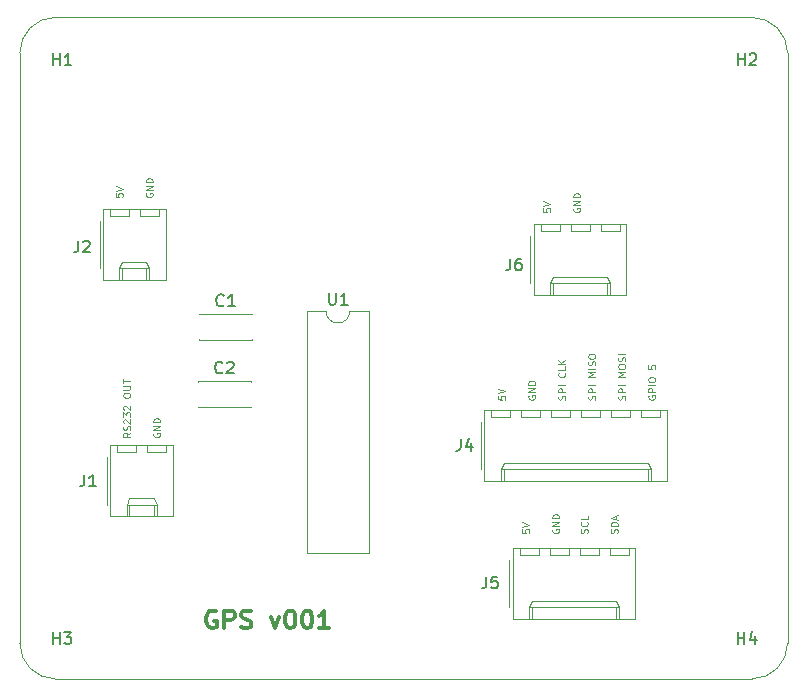
<source format=gbr>
G04 #@! TF.GenerationSoftware,KiCad,Pcbnew,(6.0.7-1)-1*
G04 #@! TF.CreationDate,2022-09-20T05:51:33+10:00*
G04 #@! TF.ProjectId,Pi GPS Serial,50692047-5053-4205-9365-7269616c2e6b,rev?*
G04 #@! TF.SameCoordinates,Original*
G04 #@! TF.FileFunction,Legend,Top*
G04 #@! TF.FilePolarity,Positive*
%FSLAX46Y46*%
G04 Gerber Fmt 4.6, Leading zero omitted, Abs format (unit mm)*
G04 Created by KiCad (PCBNEW (6.0.7-1)-1) date 2022-09-20 05:51:33*
%MOMM*%
%LPD*%
G01*
G04 APERTURE LIST*
G04 #@! TA.AperFunction,Profile*
%ADD10C,0.100000*%
G04 #@! TD*
%ADD11C,0.300000*%
%ADD12C,0.090000*%
%ADD13C,0.150000*%
%ADD14C,0.120000*%
G04 APERTURE END LIST*
D10*
X140546356Y-116817556D02*
G75*
G03*
X143546351Y-113822847I44J2999956D01*
G01*
X78546389Y-113817611D02*
G75*
G03*
X81546356Y-116817611I3000011J11D01*
G01*
X143546351Y-113822847D02*
X143546356Y-63817611D01*
X81546356Y-116817611D02*
X140546356Y-116817611D01*
X78546356Y-63817611D02*
X78546356Y-113817611D01*
X140546356Y-60817611D02*
X81546356Y-60817611D01*
X143546389Y-63817611D02*
G75*
G03*
X140546356Y-60817611I-2999989J11D01*
G01*
X81546356Y-60817556D02*
G75*
G03*
X78546356Y-63817611I44J-3000044D01*
G01*
D11*
X95160057Y-111111600D02*
X95017200Y-111040171D01*
X94802914Y-111040171D01*
X94588628Y-111111600D01*
X94445771Y-111254457D01*
X94374342Y-111397314D01*
X94302914Y-111683028D01*
X94302914Y-111897314D01*
X94374342Y-112183028D01*
X94445771Y-112325885D01*
X94588628Y-112468742D01*
X94802914Y-112540171D01*
X94945771Y-112540171D01*
X95160057Y-112468742D01*
X95231485Y-112397314D01*
X95231485Y-111897314D01*
X94945771Y-111897314D01*
X95874342Y-112540171D02*
X95874342Y-111040171D01*
X96445771Y-111040171D01*
X96588628Y-111111600D01*
X96660057Y-111183028D01*
X96731485Y-111325885D01*
X96731485Y-111540171D01*
X96660057Y-111683028D01*
X96588628Y-111754457D01*
X96445771Y-111825885D01*
X95874342Y-111825885D01*
X97302914Y-112468742D02*
X97517200Y-112540171D01*
X97874342Y-112540171D01*
X98017200Y-112468742D01*
X98088628Y-112397314D01*
X98160057Y-112254457D01*
X98160057Y-112111600D01*
X98088628Y-111968742D01*
X98017200Y-111897314D01*
X97874342Y-111825885D01*
X97588628Y-111754457D01*
X97445771Y-111683028D01*
X97374342Y-111611600D01*
X97302914Y-111468742D01*
X97302914Y-111325885D01*
X97374342Y-111183028D01*
X97445771Y-111111600D01*
X97588628Y-111040171D01*
X97945771Y-111040171D01*
X98160057Y-111111600D01*
X99802914Y-111540171D02*
X100160057Y-112540171D01*
X100517200Y-111540171D01*
X101374342Y-111040171D02*
X101517200Y-111040171D01*
X101660057Y-111111600D01*
X101731485Y-111183028D01*
X101802914Y-111325885D01*
X101874342Y-111611600D01*
X101874342Y-111968742D01*
X101802914Y-112254457D01*
X101731485Y-112397314D01*
X101660057Y-112468742D01*
X101517200Y-112540171D01*
X101374342Y-112540171D01*
X101231485Y-112468742D01*
X101160057Y-112397314D01*
X101088628Y-112254457D01*
X101017200Y-111968742D01*
X101017200Y-111611600D01*
X101088628Y-111325885D01*
X101160057Y-111183028D01*
X101231485Y-111111600D01*
X101374342Y-111040171D01*
X102802914Y-111040171D02*
X102945771Y-111040171D01*
X103088628Y-111111600D01*
X103160057Y-111183028D01*
X103231485Y-111325885D01*
X103302914Y-111611600D01*
X103302914Y-111968742D01*
X103231485Y-112254457D01*
X103160057Y-112397314D01*
X103088628Y-112468742D01*
X102945771Y-112540171D01*
X102802914Y-112540171D01*
X102660057Y-112468742D01*
X102588628Y-112397314D01*
X102517200Y-112254457D01*
X102445771Y-111968742D01*
X102445771Y-111611600D01*
X102517200Y-111325885D01*
X102588628Y-111183028D01*
X102660057Y-111111600D01*
X102802914Y-111040171D01*
X104731485Y-112540171D02*
X103874342Y-112540171D01*
X104302914Y-112540171D02*
X104302914Y-111040171D01*
X104160057Y-111254457D01*
X104017200Y-111397314D01*
X103874342Y-111468742D01*
D12*
X121620000Y-92829357D02*
X121591428Y-92886500D01*
X121591428Y-92972214D01*
X121620000Y-93057928D01*
X121677142Y-93115071D01*
X121734285Y-93143642D01*
X121848571Y-93172214D01*
X121934285Y-93172214D01*
X122048571Y-93143642D01*
X122105714Y-93115071D01*
X122162857Y-93057928D01*
X122191428Y-92972214D01*
X122191428Y-92915071D01*
X122162857Y-92829357D01*
X122134285Y-92800785D01*
X121934285Y-92800785D01*
X121934285Y-92915071D01*
X122191428Y-92543642D02*
X121591428Y-92543642D01*
X122191428Y-92200785D01*
X121591428Y-92200785D01*
X122191428Y-91915071D02*
X121591428Y-91915071D01*
X121591428Y-91772214D01*
X121620000Y-91686500D01*
X121677142Y-91629357D01*
X121734285Y-91600785D01*
X121848571Y-91572214D01*
X121934285Y-91572214D01*
X122048571Y-91600785D01*
X122105714Y-91629357D01*
X122162857Y-91686500D01*
X122191428Y-91772214D01*
X122191428Y-91915071D01*
X123652000Y-104132357D02*
X123623428Y-104189500D01*
X123623428Y-104275214D01*
X123652000Y-104360928D01*
X123709142Y-104418071D01*
X123766285Y-104446642D01*
X123880571Y-104475214D01*
X123966285Y-104475214D01*
X124080571Y-104446642D01*
X124137714Y-104418071D01*
X124194857Y-104360928D01*
X124223428Y-104275214D01*
X124223428Y-104218071D01*
X124194857Y-104132357D01*
X124166285Y-104103785D01*
X123966285Y-104103785D01*
X123966285Y-104218071D01*
X124223428Y-103846642D02*
X123623428Y-103846642D01*
X124223428Y-103503785D01*
X123623428Y-103503785D01*
X124223428Y-103218071D02*
X123623428Y-103218071D01*
X123623428Y-103075214D01*
X123652000Y-102989500D01*
X123709142Y-102932357D01*
X123766285Y-102903785D01*
X123880571Y-102875214D01*
X123966285Y-102875214D01*
X124080571Y-102903785D01*
X124137714Y-102932357D01*
X124194857Y-102989500D01*
X124223428Y-103075214D01*
X124223428Y-103218071D01*
X124702857Y-93172214D02*
X124731428Y-93086500D01*
X124731428Y-92943642D01*
X124702857Y-92886500D01*
X124674285Y-92857928D01*
X124617142Y-92829357D01*
X124560000Y-92829357D01*
X124502857Y-92857928D01*
X124474285Y-92886500D01*
X124445714Y-92943642D01*
X124417142Y-93057928D01*
X124388571Y-93115071D01*
X124360000Y-93143642D01*
X124302857Y-93172214D01*
X124245714Y-93172214D01*
X124188571Y-93143642D01*
X124160000Y-93115071D01*
X124131428Y-93057928D01*
X124131428Y-92915071D01*
X124160000Y-92829357D01*
X124731428Y-92572214D02*
X124131428Y-92572214D01*
X124131428Y-92343642D01*
X124160000Y-92286500D01*
X124188571Y-92257928D01*
X124245714Y-92229357D01*
X124331428Y-92229357D01*
X124388571Y-92257928D01*
X124417142Y-92286500D01*
X124445714Y-92343642D01*
X124445714Y-92572214D01*
X124731428Y-91972214D02*
X124131428Y-91972214D01*
X124674285Y-90886500D02*
X124702857Y-90915071D01*
X124731428Y-91000785D01*
X124731428Y-91057928D01*
X124702857Y-91143642D01*
X124645714Y-91200785D01*
X124588571Y-91229357D01*
X124474285Y-91257928D01*
X124388571Y-91257928D01*
X124274285Y-91229357D01*
X124217142Y-91200785D01*
X124160000Y-91143642D01*
X124131428Y-91057928D01*
X124131428Y-91000785D01*
X124160000Y-90915071D01*
X124188571Y-90886500D01*
X124731428Y-90343642D02*
X124731428Y-90629357D01*
X124131428Y-90629357D01*
X124731428Y-90143642D02*
X124131428Y-90143642D01*
X124731428Y-89800785D02*
X124388571Y-90057928D01*
X124131428Y-89800785D02*
X124474285Y-90143642D01*
X129147857Y-104475214D02*
X129176428Y-104389500D01*
X129176428Y-104246642D01*
X129147857Y-104189500D01*
X129119285Y-104160928D01*
X129062142Y-104132357D01*
X129005000Y-104132357D01*
X128947857Y-104160928D01*
X128919285Y-104189500D01*
X128890714Y-104246642D01*
X128862142Y-104360928D01*
X128833571Y-104418071D01*
X128805000Y-104446642D01*
X128747857Y-104475214D01*
X128690714Y-104475214D01*
X128633571Y-104446642D01*
X128605000Y-104418071D01*
X128576428Y-104360928D01*
X128576428Y-104218071D01*
X128605000Y-104132357D01*
X129176428Y-103875214D02*
X128576428Y-103875214D01*
X128576428Y-103732357D01*
X128605000Y-103646642D01*
X128662142Y-103589500D01*
X128719285Y-103560928D01*
X128833571Y-103532357D01*
X128919285Y-103532357D01*
X129033571Y-103560928D01*
X129090714Y-103589500D01*
X129147857Y-103646642D01*
X129176428Y-103732357D01*
X129176428Y-103875214D01*
X129005000Y-103303785D02*
X129005000Y-103018071D01*
X129176428Y-103360928D02*
X128576428Y-103160928D01*
X129176428Y-102960928D01*
X89870000Y-96004357D02*
X89841428Y-96061500D01*
X89841428Y-96147214D01*
X89870000Y-96232928D01*
X89927142Y-96290071D01*
X89984285Y-96318642D01*
X90098571Y-96347214D01*
X90184285Y-96347214D01*
X90298571Y-96318642D01*
X90355714Y-96290071D01*
X90412857Y-96232928D01*
X90441428Y-96147214D01*
X90441428Y-96090071D01*
X90412857Y-96004357D01*
X90384285Y-95975785D01*
X90184285Y-95975785D01*
X90184285Y-96090071D01*
X90441428Y-95718642D02*
X89841428Y-95718642D01*
X90441428Y-95375785D01*
X89841428Y-95375785D01*
X90441428Y-95090071D02*
X89841428Y-95090071D01*
X89841428Y-94947214D01*
X89870000Y-94861500D01*
X89927142Y-94804357D01*
X89984285Y-94775785D01*
X90098571Y-94747214D01*
X90184285Y-94747214D01*
X90298571Y-94775785D01*
X90355714Y-94804357D01*
X90412857Y-94861500D01*
X90441428Y-94947214D01*
X90441428Y-95090071D01*
X125430000Y-76954357D02*
X125401428Y-77011500D01*
X125401428Y-77097214D01*
X125430000Y-77182928D01*
X125487142Y-77240071D01*
X125544285Y-77268642D01*
X125658571Y-77297214D01*
X125744285Y-77297214D01*
X125858571Y-77268642D01*
X125915714Y-77240071D01*
X125972857Y-77182928D01*
X126001428Y-77097214D01*
X126001428Y-77040071D01*
X125972857Y-76954357D01*
X125944285Y-76925785D01*
X125744285Y-76925785D01*
X125744285Y-77040071D01*
X126001428Y-76668642D02*
X125401428Y-76668642D01*
X126001428Y-76325785D01*
X125401428Y-76325785D01*
X126001428Y-76040071D02*
X125401428Y-76040071D01*
X125401428Y-75897214D01*
X125430000Y-75811500D01*
X125487142Y-75754357D01*
X125544285Y-75725785D01*
X125658571Y-75697214D01*
X125744285Y-75697214D01*
X125858571Y-75725785D01*
X125915714Y-75754357D01*
X125972857Y-75811500D01*
X126001428Y-75897214D01*
X126001428Y-76040071D01*
X126607857Y-104475214D02*
X126636428Y-104389500D01*
X126636428Y-104246642D01*
X126607857Y-104189500D01*
X126579285Y-104160928D01*
X126522142Y-104132357D01*
X126465000Y-104132357D01*
X126407857Y-104160928D01*
X126379285Y-104189500D01*
X126350714Y-104246642D01*
X126322142Y-104360928D01*
X126293571Y-104418071D01*
X126265000Y-104446642D01*
X126207857Y-104475214D01*
X126150714Y-104475214D01*
X126093571Y-104446642D01*
X126065000Y-104418071D01*
X126036428Y-104360928D01*
X126036428Y-104218071D01*
X126065000Y-104132357D01*
X126579285Y-103532357D02*
X126607857Y-103560928D01*
X126636428Y-103646642D01*
X126636428Y-103703785D01*
X126607857Y-103789500D01*
X126550714Y-103846642D01*
X126493571Y-103875214D01*
X126379285Y-103903785D01*
X126293571Y-103903785D01*
X126179285Y-103875214D01*
X126122142Y-103846642D01*
X126065000Y-103789500D01*
X126036428Y-103703785D01*
X126036428Y-103646642D01*
X126065000Y-103560928D01*
X126093571Y-103532357D01*
X126636428Y-102989500D02*
X126636428Y-103275214D01*
X126036428Y-103275214D01*
X122861428Y-76982928D02*
X122861428Y-77268642D01*
X123147142Y-77297214D01*
X123118571Y-77268642D01*
X123090000Y-77211500D01*
X123090000Y-77068642D01*
X123118571Y-77011500D01*
X123147142Y-76982928D01*
X123204285Y-76954357D01*
X123347142Y-76954357D01*
X123404285Y-76982928D01*
X123432857Y-77011500D01*
X123461428Y-77068642D01*
X123461428Y-77211500D01*
X123432857Y-77268642D01*
X123404285Y-77297214D01*
X122861428Y-76782928D02*
X123461428Y-76582928D01*
X122861428Y-76382928D01*
X119051428Y-92857928D02*
X119051428Y-93143642D01*
X119337142Y-93172214D01*
X119308571Y-93143642D01*
X119280000Y-93086500D01*
X119280000Y-92943642D01*
X119308571Y-92886500D01*
X119337142Y-92857928D01*
X119394285Y-92829357D01*
X119537142Y-92829357D01*
X119594285Y-92857928D01*
X119622857Y-92886500D01*
X119651428Y-92943642D01*
X119651428Y-93086500D01*
X119622857Y-93143642D01*
X119594285Y-93172214D01*
X119051428Y-92657928D02*
X119651428Y-92457928D01*
X119051428Y-92257928D01*
X121083428Y-104160928D02*
X121083428Y-104446642D01*
X121369142Y-104475214D01*
X121340571Y-104446642D01*
X121312000Y-104389500D01*
X121312000Y-104246642D01*
X121340571Y-104189500D01*
X121369142Y-104160928D01*
X121426285Y-104132357D01*
X121569142Y-104132357D01*
X121626285Y-104160928D01*
X121654857Y-104189500D01*
X121683428Y-104246642D01*
X121683428Y-104389500D01*
X121654857Y-104446642D01*
X121626285Y-104475214D01*
X121083428Y-103960928D02*
X121683428Y-103760928D01*
X121083428Y-103560928D01*
X129782857Y-93172214D02*
X129811428Y-93086500D01*
X129811428Y-92943642D01*
X129782857Y-92886500D01*
X129754285Y-92857928D01*
X129697142Y-92829357D01*
X129640000Y-92829357D01*
X129582857Y-92857928D01*
X129554285Y-92886500D01*
X129525714Y-92943642D01*
X129497142Y-93057928D01*
X129468571Y-93115071D01*
X129440000Y-93143642D01*
X129382857Y-93172214D01*
X129325714Y-93172214D01*
X129268571Y-93143642D01*
X129240000Y-93115071D01*
X129211428Y-93057928D01*
X129211428Y-92915071D01*
X129240000Y-92829357D01*
X129811428Y-92572214D02*
X129211428Y-92572214D01*
X129211428Y-92343642D01*
X129240000Y-92286500D01*
X129268571Y-92257928D01*
X129325714Y-92229357D01*
X129411428Y-92229357D01*
X129468571Y-92257928D01*
X129497142Y-92286500D01*
X129525714Y-92343642D01*
X129525714Y-92572214D01*
X129811428Y-91972214D02*
X129211428Y-91972214D01*
X129811428Y-91229357D02*
X129211428Y-91229357D01*
X129640000Y-91029357D01*
X129211428Y-90829357D01*
X129811428Y-90829357D01*
X129211428Y-90429357D02*
X129211428Y-90315071D01*
X129240000Y-90257928D01*
X129297142Y-90200785D01*
X129411428Y-90172214D01*
X129611428Y-90172214D01*
X129725714Y-90200785D01*
X129782857Y-90257928D01*
X129811428Y-90315071D01*
X129811428Y-90429357D01*
X129782857Y-90486500D01*
X129725714Y-90543642D01*
X129611428Y-90572214D01*
X129411428Y-90572214D01*
X129297142Y-90543642D01*
X129240000Y-90486500D01*
X129211428Y-90429357D01*
X129782857Y-89943642D02*
X129811428Y-89857928D01*
X129811428Y-89715071D01*
X129782857Y-89657928D01*
X129754285Y-89629357D01*
X129697142Y-89600785D01*
X129640000Y-89600785D01*
X129582857Y-89629357D01*
X129554285Y-89657928D01*
X129525714Y-89715071D01*
X129497142Y-89829357D01*
X129468571Y-89886500D01*
X129440000Y-89915071D01*
X129382857Y-89943642D01*
X129325714Y-89943642D01*
X129268571Y-89915071D01*
X129240000Y-89886500D01*
X129211428Y-89829357D01*
X129211428Y-89686500D01*
X129240000Y-89600785D01*
X129811428Y-89343642D02*
X129211428Y-89343642D01*
X89235000Y-75684357D02*
X89206428Y-75741500D01*
X89206428Y-75827214D01*
X89235000Y-75912928D01*
X89292142Y-75970071D01*
X89349285Y-75998642D01*
X89463571Y-76027214D01*
X89549285Y-76027214D01*
X89663571Y-75998642D01*
X89720714Y-75970071D01*
X89777857Y-75912928D01*
X89806428Y-75827214D01*
X89806428Y-75770071D01*
X89777857Y-75684357D01*
X89749285Y-75655785D01*
X89549285Y-75655785D01*
X89549285Y-75770071D01*
X89806428Y-75398642D02*
X89206428Y-75398642D01*
X89806428Y-75055785D01*
X89206428Y-75055785D01*
X89806428Y-74770071D02*
X89206428Y-74770071D01*
X89206428Y-74627214D01*
X89235000Y-74541500D01*
X89292142Y-74484357D01*
X89349285Y-74455785D01*
X89463571Y-74427214D01*
X89549285Y-74427214D01*
X89663571Y-74455785D01*
X89720714Y-74484357D01*
X89777857Y-74541500D01*
X89806428Y-74627214D01*
X89806428Y-74770071D01*
X131780000Y-92829357D02*
X131751428Y-92886500D01*
X131751428Y-92972214D01*
X131780000Y-93057928D01*
X131837142Y-93115071D01*
X131894285Y-93143642D01*
X132008571Y-93172214D01*
X132094285Y-93172214D01*
X132208571Y-93143642D01*
X132265714Y-93115071D01*
X132322857Y-93057928D01*
X132351428Y-92972214D01*
X132351428Y-92915071D01*
X132322857Y-92829357D01*
X132294285Y-92800785D01*
X132094285Y-92800785D01*
X132094285Y-92915071D01*
X132351428Y-92543642D02*
X131751428Y-92543642D01*
X131751428Y-92315071D01*
X131780000Y-92257928D01*
X131808571Y-92229357D01*
X131865714Y-92200785D01*
X131951428Y-92200785D01*
X132008571Y-92229357D01*
X132037142Y-92257928D01*
X132065714Y-92315071D01*
X132065714Y-92543642D01*
X132351428Y-91943642D02*
X131751428Y-91943642D01*
X131751428Y-91543642D02*
X131751428Y-91429357D01*
X131780000Y-91372214D01*
X131837142Y-91315071D01*
X131951428Y-91286500D01*
X132151428Y-91286500D01*
X132265714Y-91315071D01*
X132322857Y-91372214D01*
X132351428Y-91429357D01*
X132351428Y-91543642D01*
X132322857Y-91600785D01*
X132265714Y-91657928D01*
X132151428Y-91686500D01*
X131951428Y-91686500D01*
X131837142Y-91657928D01*
X131780000Y-91600785D01*
X131751428Y-91543642D01*
X131751428Y-90286500D02*
X131751428Y-90572214D01*
X132037142Y-90600785D01*
X132008571Y-90572214D01*
X131980000Y-90515071D01*
X131980000Y-90372214D01*
X132008571Y-90315071D01*
X132037142Y-90286500D01*
X132094285Y-90257928D01*
X132237142Y-90257928D01*
X132294285Y-90286500D01*
X132322857Y-90315071D01*
X132351428Y-90372214D01*
X132351428Y-90515071D01*
X132322857Y-90572214D01*
X132294285Y-90600785D01*
X86666428Y-75712928D02*
X86666428Y-75998642D01*
X86952142Y-76027214D01*
X86923571Y-75998642D01*
X86895000Y-75941500D01*
X86895000Y-75798642D01*
X86923571Y-75741500D01*
X86952142Y-75712928D01*
X87009285Y-75684357D01*
X87152142Y-75684357D01*
X87209285Y-75712928D01*
X87237857Y-75741500D01*
X87266428Y-75798642D01*
X87266428Y-75941500D01*
X87237857Y-75998642D01*
X87209285Y-76027214D01*
X86666428Y-75512928D02*
X87266428Y-75312928D01*
X86666428Y-75112928D01*
X127242857Y-93172214D02*
X127271428Y-93086500D01*
X127271428Y-92943642D01*
X127242857Y-92886500D01*
X127214285Y-92857928D01*
X127157142Y-92829357D01*
X127100000Y-92829357D01*
X127042857Y-92857928D01*
X127014285Y-92886500D01*
X126985714Y-92943642D01*
X126957142Y-93057928D01*
X126928571Y-93115071D01*
X126900000Y-93143642D01*
X126842857Y-93172214D01*
X126785714Y-93172214D01*
X126728571Y-93143642D01*
X126700000Y-93115071D01*
X126671428Y-93057928D01*
X126671428Y-92915071D01*
X126700000Y-92829357D01*
X127271428Y-92572214D02*
X126671428Y-92572214D01*
X126671428Y-92343642D01*
X126700000Y-92286500D01*
X126728571Y-92257928D01*
X126785714Y-92229357D01*
X126871428Y-92229357D01*
X126928571Y-92257928D01*
X126957142Y-92286500D01*
X126985714Y-92343642D01*
X126985714Y-92572214D01*
X127271428Y-91972214D02*
X126671428Y-91972214D01*
X127271428Y-91229357D02*
X126671428Y-91229357D01*
X127100000Y-91029357D01*
X126671428Y-90829357D01*
X127271428Y-90829357D01*
X127271428Y-90543642D02*
X126671428Y-90543642D01*
X127242857Y-90286500D02*
X127271428Y-90200785D01*
X127271428Y-90057928D01*
X127242857Y-90000785D01*
X127214285Y-89972214D01*
X127157142Y-89943642D01*
X127100000Y-89943642D01*
X127042857Y-89972214D01*
X127014285Y-90000785D01*
X126985714Y-90057928D01*
X126957142Y-90172214D01*
X126928571Y-90229357D01*
X126900000Y-90257928D01*
X126842857Y-90286500D01*
X126785714Y-90286500D01*
X126728571Y-90257928D01*
X126700000Y-90229357D01*
X126671428Y-90172214D01*
X126671428Y-90029357D01*
X126700000Y-89943642D01*
X126671428Y-89572214D02*
X126671428Y-89457928D01*
X126700000Y-89400785D01*
X126757142Y-89343642D01*
X126871428Y-89315071D01*
X127071428Y-89315071D01*
X127185714Y-89343642D01*
X127242857Y-89400785D01*
X127271428Y-89457928D01*
X127271428Y-89572214D01*
X127242857Y-89629357D01*
X127185714Y-89686500D01*
X127071428Y-89715071D01*
X126871428Y-89715071D01*
X126757142Y-89686500D01*
X126700000Y-89629357D01*
X126671428Y-89572214D01*
X87901428Y-95975785D02*
X87615714Y-96175785D01*
X87901428Y-96318642D02*
X87301428Y-96318642D01*
X87301428Y-96090071D01*
X87330000Y-96032928D01*
X87358571Y-96004357D01*
X87415714Y-95975785D01*
X87501428Y-95975785D01*
X87558571Y-96004357D01*
X87587142Y-96032928D01*
X87615714Y-96090071D01*
X87615714Y-96318642D01*
X87872857Y-95747214D02*
X87901428Y-95661500D01*
X87901428Y-95518642D01*
X87872857Y-95461500D01*
X87844285Y-95432928D01*
X87787142Y-95404357D01*
X87730000Y-95404357D01*
X87672857Y-95432928D01*
X87644285Y-95461500D01*
X87615714Y-95518642D01*
X87587142Y-95632928D01*
X87558571Y-95690071D01*
X87530000Y-95718642D01*
X87472857Y-95747214D01*
X87415714Y-95747214D01*
X87358571Y-95718642D01*
X87330000Y-95690071D01*
X87301428Y-95632928D01*
X87301428Y-95490071D01*
X87330000Y-95404357D01*
X87358571Y-95175785D02*
X87330000Y-95147214D01*
X87301428Y-95090071D01*
X87301428Y-94947214D01*
X87330000Y-94890071D01*
X87358571Y-94861500D01*
X87415714Y-94832928D01*
X87472857Y-94832928D01*
X87558571Y-94861500D01*
X87901428Y-95204357D01*
X87901428Y-94832928D01*
X87301428Y-94632928D02*
X87301428Y-94261500D01*
X87530000Y-94461500D01*
X87530000Y-94375785D01*
X87558571Y-94318642D01*
X87587142Y-94290071D01*
X87644285Y-94261500D01*
X87787142Y-94261500D01*
X87844285Y-94290071D01*
X87872857Y-94318642D01*
X87901428Y-94375785D01*
X87901428Y-94547214D01*
X87872857Y-94604357D01*
X87844285Y-94632928D01*
X87358571Y-94032928D02*
X87330000Y-94004357D01*
X87301428Y-93947214D01*
X87301428Y-93804357D01*
X87330000Y-93747214D01*
X87358571Y-93718642D01*
X87415714Y-93690071D01*
X87472857Y-93690071D01*
X87558571Y-93718642D01*
X87901428Y-94061500D01*
X87901428Y-93690071D01*
X87301428Y-92861500D02*
X87301428Y-92747214D01*
X87330000Y-92690071D01*
X87387142Y-92632928D01*
X87501428Y-92604357D01*
X87701428Y-92604357D01*
X87815714Y-92632928D01*
X87872857Y-92690071D01*
X87901428Y-92747214D01*
X87901428Y-92861500D01*
X87872857Y-92918642D01*
X87815714Y-92975785D01*
X87701428Y-93004357D01*
X87501428Y-93004357D01*
X87387142Y-92975785D01*
X87330000Y-92918642D01*
X87301428Y-92861500D01*
X87301428Y-92347214D02*
X87787142Y-92347214D01*
X87844285Y-92318642D01*
X87872857Y-92290071D01*
X87901428Y-92232928D01*
X87901428Y-92118642D01*
X87872857Y-92061500D01*
X87844285Y-92032928D01*
X87787142Y-92004357D01*
X87301428Y-92004357D01*
X87301428Y-91804357D02*
X87301428Y-91461500D01*
X87901428Y-91632928D02*
X87301428Y-91632928D01*
D13*
X81338095Y-64852380D02*
X81338095Y-63852380D01*
X81338095Y-64328571D02*
X81909523Y-64328571D01*
X81909523Y-64852380D02*
X81909523Y-63852380D01*
X82909523Y-64852380D02*
X82338095Y-64852380D01*
X82623809Y-64852380D02*
X82623809Y-63852380D01*
X82528571Y-63995238D01*
X82433333Y-64090476D01*
X82338095Y-64138095D01*
X139338095Y-64872380D02*
X139338095Y-63872380D01*
X139338095Y-64348571D02*
X139909523Y-64348571D01*
X139909523Y-64872380D02*
X139909523Y-63872380D01*
X140338095Y-63967619D02*
X140385714Y-63920000D01*
X140480952Y-63872380D01*
X140719047Y-63872380D01*
X140814285Y-63920000D01*
X140861904Y-63967619D01*
X140909523Y-64062857D01*
X140909523Y-64158095D01*
X140861904Y-64300952D01*
X140290476Y-64872380D01*
X140909523Y-64872380D01*
X81338095Y-113862380D02*
X81338095Y-112862380D01*
X81338095Y-113338571D02*
X81909523Y-113338571D01*
X81909523Y-113862380D02*
X81909523Y-112862380D01*
X82290476Y-112862380D02*
X82909523Y-112862380D01*
X82576190Y-113243333D01*
X82719047Y-113243333D01*
X82814285Y-113290952D01*
X82861904Y-113338571D01*
X82909523Y-113433809D01*
X82909523Y-113671904D01*
X82861904Y-113767142D01*
X82814285Y-113814761D01*
X82719047Y-113862380D01*
X82433333Y-113862380D01*
X82338095Y-113814761D01*
X82290476Y-113767142D01*
X139328095Y-113852380D02*
X139328095Y-112852380D01*
X139328095Y-113328571D02*
X139899523Y-113328571D01*
X139899523Y-113852380D02*
X139899523Y-112852380D01*
X140804285Y-113185714D02*
X140804285Y-113852380D01*
X140566190Y-112804761D02*
X140328095Y-113519047D01*
X140947142Y-113519047D01*
X95805333Y-85177542D02*
X95757714Y-85225161D01*
X95614857Y-85272780D01*
X95519619Y-85272780D01*
X95376761Y-85225161D01*
X95281523Y-85129923D01*
X95233904Y-85034685D01*
X95186285Y-84844209D01*
X95186285Y-84701352D01*
X95233904Y-84510876D01*
X95281523Y-84415638D01*
X95376761Y-84320400D01*
X95519619Y-84272780D01*
X95614857Y-84272780D01*
X95757714Y-84320400D01*
X95805333Y-84368019D01*
X96757714Y-85272780D02*
X96186285Y-85272780D01*
X96472000Y-85272780D02*
X96472000Y-84272780D01*
X96376761Y-84415638D01*
X96281523Y-84510876D01*
X96186285Y-84558495D01*
X104719095Y-84137180D02*
X104719095Y-84946704D01*
X104766714Y-85041942D01*
X104814333Y-85089561D01*
X104909571Y-85137180D01*
X105100047Y-85137180D01*
X105195285Y-85089561D01*
X105242904Y-85041942D01*
X105290523Y-84946704D01*
X105290523Y-84137180D01*
X106290523Y-85137180D02*
X105719095Y-85137180D01*
X106004809Y-85137180D02*
X106004809Y-84137180D01*
X105909571Y-84280038D01*
X105814333Y-84375276D01*
X105719095Y-84422895D01*
X83994666Y-99528380D02*
X83994666Y-100242666D01*
X83947047Y-100385523D01*
X83851809Y-100480761D01*
X83708952Y-100528380D01*
X83613714Y-100528380D01*
X84994666Y-100528380D02*
X84423238Y-100528380D01*
X84708952Y-100528380D02*
X84708952Y-99528380D01*
X84613714Y-99671238D01*
X84518476Y-99766476D01*
X84423238Y-99814095D01*
X83486666Y-79716380D02*
X83486666Y-80430666D01*
X83439047Y-80573523D01*
X83343809Y-80668761D01*
X83200952Y-80716380D01*
X83105714Y-80716380D01*
X83915238Y-79811619D02*
X83962857Y-79764000D01*
X84058095Y-79716380D01*
X84296190Y-79716380D01*
X84391428Y-79764000D01*
X84439047Y-79811619D01*
X84486666Y-79906857D01*
X84486666Y-80002095D01*
X84439047Y-80144952D01*
X83867619Y-80716380D01*
X84486666Y-80716380D01*
X95703733Y-90867142D02*
X95656114Y-90914761D01*
X95513257Y-90962380D01*
X95418019Y-90962380D01*
X95275161Y-90914761D01*
X95179923Y-90819523D01*
X95132304Y-90724285D01*
X95084685Y-90533809D01*
X95084685Y-90390952D01*
X95132304Y-90200476D01*
X95179923Y-90105238D01*
X95275161Y-90010000D01*
X95418019Y-89962380D01*
X95513257Y-89962380D01*
X95656114Y-90010000D01*
X95703733Y-90057619D01*
X96084685Y-90057619D02*
X96132304Y-90010000D01*
X96227542Y-89962380D01*
X96465638Y-89962380D01*
X96560876Y-90010000D01*
X96608495Y-90057619D01*
X96656114Y-90152857D01*
X96656114Y-90248095D01*
X96608495Y-90390952D01*
X96037066Y-90962380D01*
X96656114Y-90962380D01*
X118030666Y-108164380D02*
X118030666Y-108878666D01*
X117983047Y-109021523D01*
X117887809Y-109116761D01*
X117744952Y-109164380D01*
X117649714Y-109164380D01*
X118983047Y-108164380D02*
X118506857Y-108164380D01*
X118459238Y-108640571D01*
X118506857Y-108592952D01*
X118602095Y-108545333D01*
X118840190Y-108545333D01*
X118935428Y-108592952D01*
X118983047Y-108640571D01*
X119030666Y-108735809D01*
X119030666Y-108973904D01*
X118983047Y-109069142D01*
X118935428Y-109116761D01*
X118840190Y-109164380D01*
X118602095Y-109164380D01*
X118506857Y-109116761D01*
X118459238Y-109069142D01*
X120062666Y-81240380D02*
X120062666Y-81954666D01*
X120015047Y-82097523D01*
X119919809Y-82192761D01*
X119776952Y-82240380D01*
X119681714Y-82240380D01*
X120967428Y-81240380D02*
X120776952Y-81240380D01*
X120681714Y-81288000D01*
X120634095Y-81335619D01*
X120538857Y-81478476D01*
X120491238Y-81668952D01*
X120491238Y-82049904D01*
X120538857Y-82145142D01*
X120586476Y-82192761D01*
X120681714Y-82240380D01*
X120872190Y-82240380D01*
X120967428Y-82192761D01*
X121015047Y-82145142D01*
X121062666Y-82049904D01*
X121062666Y-81811809D01*
X121015047Y-81716571D01*
X120967428Y-81668952D01*
X120872190Y-81621333D01*
X120681714Y-81621333D01*
X120586476Y-81668952D01*
X120538857Y-81716571D01*
X120491238Y-81811809D01*
X115871666Y-96500380D02*
X115871666Y-97214666D01*
X115824047Y-97357523D01*
X115728809Y-97452761D01*
X115585952Y-97500380D01*
X115490714Y-97500380D01*
X116776428Y-96833714D02*
X116776428Y-97500380D01*
X116538333Y-96452761D02*
X116300238Y-97167047D01*
X116919285Y-97167047D01*
D14*
X93702000Y-88075400D02*
X93702000Y-88090400D01*
X98242000Y-85950400D02*
X98242000Y-85965400D01*
X93702000Y-85950400D02*
X98242000Y-85950400D01*
X98242000Y-88075400D02*
X98242000Y-88090400D01*
X93702000Y-85950400D02*
X93702000Y-85965400D01*
X93702000Y-88090400D02*
X98242000Y-88090400D01*
X108131000Y-85684800D02*
X106481000Y-85684800D01*
X108131000Y-106124800D02*
X108131000Y-85684800D01*
X102831000Y-85684800D02*
X102831000Y-106124800D01*
X102831000Y-106124800D02*
X108131000Y-106124800D01*
X104481000Y-85684800D02*
X102831000Y-85684800D01*
X104481000Y-85684800D02*
G75*
G03*
X106481000Y-85684800I1000000J0D01*
G01*
X85909200Y-98076000D02*
X85909200Y-102076000D01*
X88379200Y-97646000D02*
X88379200Y-97046000D01*
X89319200Y-97646000D02*
X90919200Y-97646000D01*
X89319200Y-97046000D02*
X89319200Y-97646000D01*
X91499200Y-103066000D02*
X91499200Y-97046000D01*
X87829200Y-101536000D02*
X89869200Y-101536000D01*
X87829200Y-103066000D02*
X87829200Y-102066000D01*
X86779200Y-97046000D02*
X86779200Y-97646000D01*
X86199200Y-97046000D02*
X86199200Y-103066000D01*
X89869200Y-103066000D02*
X89869200Y-102066000D01*
X89869200Y-101536000D02*
X90119200Y-102066000D01*
X87579200Y-103066000D02*
X87579200Y-102066000D01*
X90119200Y-102066000D02*
X90119200Y-103066000D01*
X91499200Y-97046000D02*
X86199200Y-97046000D01*
X86199200Y-103066000D02*
X91499200Y-103066000D01*
X87579200Y-102066000D02*
X90119200Y-102066000D01*
X90919200Y-97646000D02*
X90919200Y-97046000D01*
X87579200Y-102066000D02*
X87829200Y-101536000D01*
X86779200Y-97646000D02*
X88379200Y-97646000D01*
X87219600Y-81520800D02*
X89259600Y-81520800D01*
X90889600Y-83050800D02*
X90889600Y-77030800D01*
X89259600Y-81520800D02*
X89509600Y-82050800D01*
X86969600Y-82050800D02*
X89509600Y-82050800D01*
X88709600Y-77630800D02*
X90309600Y-77630800D01*
X85589600Y-83050800D02*
X90889600Y-83050800D01*
X86169600Y-77630800D02*
X87769600Y-77630800D01*
X86969600Y-83050800D02*
X86969600Y-82050800D01*
X85589600Y-77030800D02*
X85589600Y-83050800D01*
X86169600Y-77030800D02*
X86169600Y-77630800D01*
X88709600Y-77030800D02*
X88709600Y-77630800D01*
X89259600Y-83050800D02*
X89259600Y-82050800D01*
X90889600Y-77030800D02*
X85589600Y-77030800D01*
X87219600Y-83050800D02*
X87219600Y-82050800D01*
X86969600Y-82050800D02*
X87219600Y-81520800D01*
X87769600Y-77630800D02*
X87769600Y-77030800D01*
X89509600Y-82050800D02*
X89509600Y-83050800D01*
X85299600Y-78060800D02*
X85299600Y-82060800D01*
X90309600Y-77630800D02*
X90309600Y-77030800D01*
X93600400Y-93765000D02*
X93600400Y-93780000D01*
X93600400Y-91640000D02*
X93600400Y-91655000D01*
X93600400Y-93780000D02*
X98140400Y-93780000D01*
X93600400Y-91640000D02*
X98140400Y-91640000D01*
X98140400Y-93765000D02*
X98140400Y-93780000D01*
X98140400Y-91640000D02*
X98140400Y-91655000D01*
X120866000Y-106302000D02*
X122466000Y-106302000D01*
X129036000Y-111722000D02*
X129036000Y-110722000D01*
X128486000Y-106302000D02*
X130086000Y-106302000D01*
X122466000Y-106302000D02*
X122466000Y-105702000D01*
X127546000Y-106302000D02*
X127546000Y-105702000D01*
X121666000Y-110722000D02*
X129286000Y-110722000D01*
X123406000Y-105702000D02*
X123406000Y-106302000D01*
X121666000Y-111722000D02*
X121666000Y-110722000D01*
X130666000Y-111722000D02*
X130666000Y-105702000D01*
X121916000Y-111722000D02*
X121916000Y-110722000D01*
X121916000Y-110192000D02*
X129036000Y-110192000D01*
X125946000Y-106302000D02*
X127546000Y-106302000D01*
X125946000Y-105702000D02*
X125946000Y-106302000D01*
X120286000Y-111722000D02*
X130666000Y-111722000D01*
X128486000Y-105702000D02*
X128486000Y-106302000D01*
X120286000Y-105702000D02*
X120286000Y-111722000D01*
X130086000Y-106302000D02*
X130086000Y-105702000D01*
X125006000Y-106302000D02*
X125006000Y-105702000D01*
X121666000Y-110722000D02*
X121916000Y-110192000D01*
X120866000Y-105702000D02*
X120866000Y-106302000D01*
X123406000Y-106302000D02*
X125006000Y-106302000D01*
X129286000Y-110722000D02*
X129286000Y-111722000D01*
X129036000Y-110192000D02*
X129286000Y-110722000D01*
X130666000Y-105702000D02*
X120286000Y-105702000D01*
X119996000Y-106732000D02*
X119996000Y-110732000D01*
X127724000Y-78870000D02*
X129324000Y-78870000D01*
X123444000Y-83290000D02*
X128524000Y-83290000D01*
X129904000Y-84290000D02*
X129904000Y-78270000D01*
X128274000Y-84290000D02*
X128274000Y-83290000D01*
X122064000Y-78270000D02*
X122064000Y-84290000D01*
X123694000Y-84290000D02*
X123694000Y-83290000D01*
X123694000Y-82760000D02*
X128274000Y-82760000D01*
X125184000Y-78270000D02*
X125184000Y-78870000D01*
X129904000Y-78270000D02*
X122064000Y-78270000D01*
X124244000Y-78870000D02*
X124244000Y-78270000D01*
X122644000Y-78870000D02*
X124244000Y-78870000D01*
X126784000Y-78870000D02*
X126784000Y-78270000D01*
X128524000Y-83290000D02*
X128524000Y-84290000D01*
X123444000Y-84290000D02*
X123444000Y-83290000D01*
X121774000Y-79300000D02*
X121774000Y-83300000D01*
X128274000Y-82760000D02*
X128524000Y-83290000D01*
X127724000Y-78270000D02*
X127724000Y-78870000D01*
X123444000Y-83290000D02*
X123694000Y-82760000D01*
X122064000Y-84290000D02*
X129904000Y-84290000D01*
X122644000Y-78270000D02*
X122644000Y-78870000D01*
X125184000Y-78870000D02*
X126784000Y-78870000D01*
X129324000Y-78870000D02*
X129324000Y-78270000D01*
X127673000Y-94618000D02*
X127673000Y-94018000D01*
X120993000Y-94018000D02*
X120993000Y-94618000D01*
X130213000Y-94618000D02*
X130213000Y-94018000D01*
X123533000Y-94018000D02*
X123533000Y-94618000D01*
X119503000Y-100038000D02*
X119503000Y-99038000D01*
X131703000Y-98508000D02*
X131953000Y-99038000D01*
X126073000Y-94018000D02*
X126073000Y-94618000D01*
X133333000Y-94018000D02*
X117873000Y-94018000D01*
X126073000Y-94618000D02*
X127673000Y-94618000D01*
X119253000Y-99038000D02*
X119503000Y-98508000D01*
X119253000Y-100038000D02*
X119253000Y-99038000D01*
X118453000Y-94618000D02*
X120053000Y-94618000D01*
X119253000Y-99038000D02*
X131953000Y-99038000D01*
X118453000Y-94018000D02*
X118453000Y-94618000D01*
X131703000Y-100038000D02*
X131703000Y-99038000D01*
X131153000Y-94618000D02*
X132753000Y-94618000D01*
X128613000Y-94618000D02*
X130213000Y-94618000D01*
X119503000Y-98508000D02*
X131703000Y-98508000D01*
X131153000Y-94018000D02*
X131153000Y-94618000D01*
X117873000Y-94018000D02*
X117873000Y-100038000D01*
X128613000Y-94018000D02*
X128613000Y-94618000D01*
X132753000Y-94618000D02*
X132753000Y-94018000D01*
X131953000Y-99038000D02*
X131953000Y-100038000D01*
X120993000Y-94618000D02*
X122593000Y-94618000D01*
X122593000Y-94618000D02*
X122593000Y-94018000D01*
X117583000Y-95048000D02*
X117583000Y-99048000D01*
X117873000Y-100038000D02*
X133333000Y-100038000D01*
X123533000Y-94618000D02*
X125133000Y-94618000D01*
X125133000Y-94618000D02*
X125133000Y-94018000D01*
X120053000Y-94618000D02*
X120053000Y-94018000D01*
X133333000Y-100038000D02*
X133333000Y-94018000D01*
M02*

</source>
